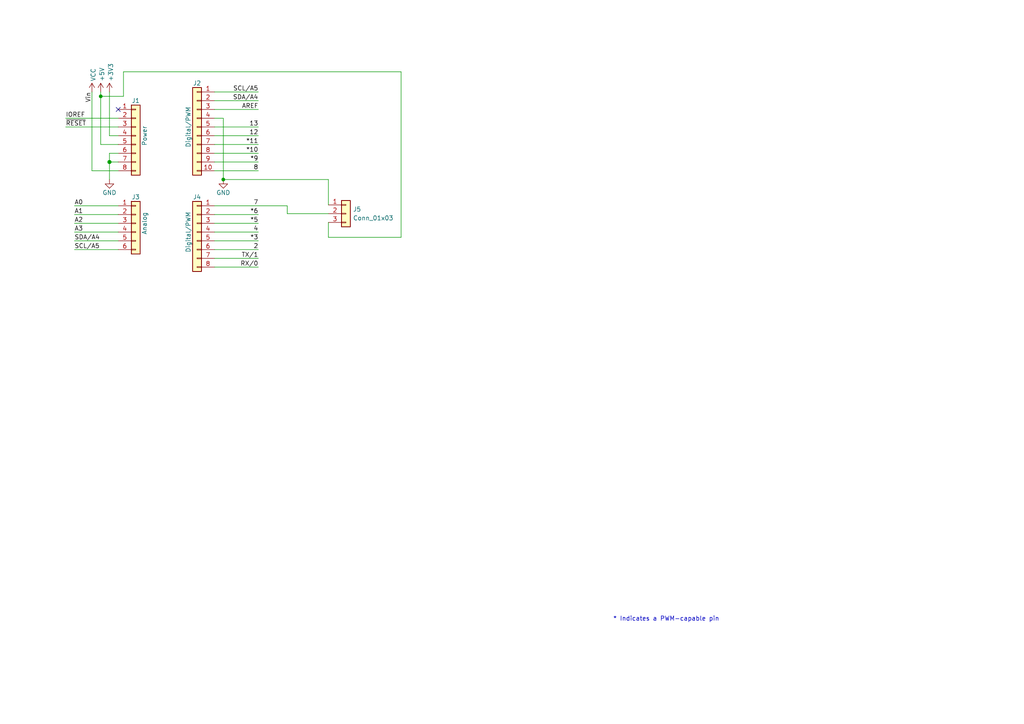
<source format=kicad_sch>
(kicad_sch (version 20230121) (generator eeschema)
  (paper "A4")
  (title_block (date "mar. 31 mars 2015"))
  (lib_symbols
    (symbol "Connector_Generic:Conn_01x03" (pin_names (offset 1.016) hide)
      (property "Reference" "J" (at 0 5.08 0))
      (property "Value" "Conn_01x03" (at 0 -5.08 0))
      (symbol "Conn_01x03_1_1"
        (rectangle (start -1.27 -2.413) (end 0 -2.667) (stroke (width 0.1524)))
        (rectangle (start -1.27 0.127) (end 0 -0.127) (stroke (width 0.1524)))
        (rectangle (start -1.27 2.667) (end 0 2.413) (stroke (width 0.1524)))
        (rectangle (start -1.27 3.81) (end 1.27 -3.81) (stroke (width 0.254)) (fill (type background)))
        (pin passive line (at -5.08 2.54 0) (length 3.81) (name "Pin_1") (number "1"))
        (pin passive line (at -5.08 0 0) (length 3.81) (name "Pin_2") (number "2"))
        (pin passive line (at -5.08 -2.54 0) (length 3.81) (name "Pin_3") (number "3"))
      )
    )
    (symbol "Connector_Generic:Conn_01x06" (pin_names (offset 1.016) hide)
      (property "Reference" "J" (at 0 7.62 0))
      (property "Value" "Conn_01x06" (at 0 -10.16 0))
      (symbol "Conn_01x06_1_1"
        (rectangle (start -1.27 -7.493) (end 0 -7.747) (stroke (width 0.1524)))
        (rectangle (start -1.27 -4.953) (end 0 -5.207) (stroke (width 0.1524)))
        (rectangle (start -1.27 -2.413) (end 0 -2.667) (stroke (width 0.1524)))
        (rectangle (start -1.27 0.127) (end 0 -0.127) (stroke (width 0.1524)))
        (rectangle (start -1.27 2.667) (end 0 2.413) (stroke (width 0.1524)))
        (rectangle (start -1.27 5.207) (end 0 4.953) (stroke (width 0.1524)))
        (rectangle (start -1.27 6.35) (end 1.27 -8.89) (stroke (width 0.254)) (fill (type background)))
        (pin passive line (at -5.08 5.08 0) (length 3.81) (name "Pin_1") (number "1"))
        (pin passive line (at -5.08 2.54 0) (length 3.81) (name "Pin_2") (number "2"))
        (pin passive line (at -5.08 0 0) (length 3.81) (name "Pin_3") (number "3"))
        (pin passive line (at -5.08 -2.54 0) (length 3.81) (name "Pin_4") (number "4"))
        (pin passive line (at -5.08 -5.08 0) (length 3.81) (name "Pin_5") (number "5"))
        (pin passive line (at -5.08 -7.62 0) (length 3.81) (name "Pin_6") (number "6"))
      )
    )
    (symbol "Connector_Generic:Conn_01x08" (pin_names (offset 1.016) hide)
      (property "Reference" "J" (at 0 10.16 0))
      (property "Value" "Conn_01x08" (at 0 -12.7 0))
      (symbol "Conn_01x08_1_1"
        (rectangle (start -1.27 -10.033) (end 0 -10.287) (stroke (width 0.1524)))
        (rectangle (start -1.27 -7.493) (end 0 -7.747) (stroke (width 0.1524)))
        (rectangle (start -1.27 -4.953) (end 0 -5.207) (stroke (width 0.1524)))
        (rectangle (start -1.27 -2.413) (end 0 -2.667) (stroke (width 0.1524)))
        (rectangle (start -1.27 0.127) (end 0 -0.127) (stroke (width 0.1524)))
        (rectangle (start -1.27 2.667) (end 0 2.413) (stroke (width 0.1524)))
        (rectangle (start -1.27 5.207) (end 0 4.953) (stroke (width 0.1524)))
        (rectangle (start -1.27 7.747) (end 0 7.493) (stroke (width 0.1524)))
        (rectangle (start -1.27 8.89) (end 1.27 -11.43) (stroke (width 0.254)) (fill (type background)))
        (pin passive line (at -5.08 7.62 0) (length 3.81) (name "Pin_1") (number "1"))
        (pin passive line (at -5.08 5.08 0) (length 3.81) (name "Pin_2") (number "2"))
        (pin passive line (at -5.08 2.54 0) (length 3.81) (name "Pin_3") (number "3"))
        (pin passive line (at -5.08 0 0) (length 3.81) (name "Pin_4") (number "4"))
        (pin passive line (at -5.08 -2.54 0) (length 3.81) (name "Pin_5") (number "5"))
        (pin passive line (at -5.08 -5.08 0) (length 3.81) (name "Pin_6") (number "6"))
        (pin passive line (at -5.08 -7.62 0) (length 3.81) (name "Pin_7") (number "7"))
        (pin passive line (at -5.08 -10.16 0) (length 3.81) (name "Pin_8") (number "8"))
      )
    )
    (symbol "Connector_Generic:Conn_01x10" (pin_names (offset 1.016) hide)
      (property "Reference" "J" (at 0 12.7 0))
      (property "Value" "Conn_01x10" (at 0 -15.24 0))
      (symbol "Conn_01x10_1_1"
        (rectangle (start -1.27 -12.573) (end 0 -12.827) (stroke (width 0.1524)))
        (rectangle (start -1.27 -10.033) (end 0 -10.287) (stroke (width 0.1524)))
        (rectangle (start -1.27 -7.493) (end 0 -7.747) (stroke (width 0.1524)))
        (rectangle (start -1.27 -4.953) (end 0 -5.207) (stroke (width 0.1524)))
        (rectangle (start -1.27 -2.413) (end 0 -2.667) (stroke (width 0.1524)))
        (rectangle (start -1.27 0.127) (end 0 -0.127) (stroke (width 0.1524)))
        (rectangle (start -1.27 2.667) (end 0 2.413) (stroke (width 0.1524)))
        (rectangle (start -1.27 5.207) (end 0 4.953) (stroke (width 0.1524)))
        (rectangle (start -1.27 7.747) (end 0 7.493) (stroke (width 0.1524)))
        (rectangle (start -1.27 10.287) (end 0 10.033) (stroke (width 0.1524)))
        (rectangle (start -1.27 11.43) (end 1.27 -13.97) (stroke (width 0.254)) (fill (type background)))
        (pin passive line (at -5.08 10.16 0) (length 3.81) (name "Pin_1") (number "1"))
        (pin passive line (at -5.08 -12.7 0) (length 3.81) (name "Pin_10") (number "10"))
        (pin passive line (at -5.08 7.62 0) (length 3.81) (name "Pin_2") (number "2"))
        (pin passive line (at -5.08 5.08 0) (length 3.81) (name "Pin_3") (number "3"))
        (pin passive line (at -5.08 2.54 0) (length 3.81) (name "Pin_4") (number "4"))
        (pin passive line (at -5.08 0 0) (length 3.81) (name "Pin_5") (number "5"))
        (pin passive line (at -5.08 -2.54 0) (length 3.81) (name "Pin_6") (number "6"))
        (pin passive line (at -5.08 -5.08 0) (length 3.81) (name "Pin_7") (number "7"))
        (pin passive line (at -5.08 -7.62 0) (length 3.81) (name "Pin_8") (number "8"))
        (pin passive line (at -5.08 -10.16 0) (length 3.81) (name "Pin_9") (number "9"))
      )
    )
    (symbol "power:+3V3" (power) (pin_names (offset 0))
      (property "Value" "+3V3" (at 0 3.556 0))
      (symbol "+3V3_0_1"
        (polyline (pts (xy -0.762 1.27) (xy 0 2.54)))
        (polyline (pts (xy 0 0) (xy 0 2.54)))
        (polyline (pts (xy 0 2.54) (xy 0.762 1.27)))
      )
      (symbol "+3V3_1_1"
        (pin power_in line (at 0 0 90) (length 0) hide (name "+3V3") (number "1"))
      )
    )
    (symbol "power:+5V" (power) (pin_names (offset 0))
      (property "Value" "+5V" (at 0 3.556 0))
      (symbol "+5V_0_1"
        (polyline (pts (xy -0.762 1.27) (xy 0 2.54)))
        (polyline (pts (xy 0 0) (xy 0 2.54)))
        (polyline (pts (xy 0 2.54) (xy 0.762 1.27)))
      )
      (symbol "+5V_1_1"
        (pin power_in line (at 0 0 90) (length 0) hide (name "+5V") (number "1"))
      )
    )
    (symbol "power:GND" (power) (pin_names (offset 0))
      (property "Value" "GND" (at 0 -3.81 0))
      (symbol "GND_0_1"
        (polyline (pts (xy 0 0) (xy 0 -1.27) (xy 1.27 -1.27) (xy 0 -2.54) (xy -1.27 -1.27) (xy 0 -1.27)))
      )
      (symbol "GND_1_1"
        (pin power_in line (at 0 0 270) (length 0) hide (name "GND") (number "1"))
      )
    )
    (symbol "power:VCC" (power) (pin_names (offset 0))
      (property "Value" "VCC" (at 0 3.81 0))
      (symbol "VCC_0_1"
        (polyline (pts (xy -0.762 1.27) (xy 0 2.54)))
        (polyline (pts (xy 0 0) (xy 0 2.54)))
        (polyline (pts (xy 0 2.54) (xy 0.762 1.27)))
      )
      (symbol "VCC_1_1"
        (pin power_in line (at 0 0 90) (length 0) hide (name "VCC") (number "1"))
      )
    )
  )
  (junction (at 29.21 27.94))
  (junction (at 31.75 46.99) (diameter 1.016))
  (junction (at 64.77 52.07))
  (no_connect (at 34.29 31.75))
  (wire (pts (xy 62.23 77.47) (xy 74.93 77.47)))
  (wire (pts (xy 116.332 68.834) (xy 116.332 20.828)))
  (wire (pts (xy 62.23 44.45) (xy 74.93 44.45)))
  (wire (pts (xy 62.23 26.67) (xy 74.93 26.67)))
  (wire (pts (xy 31.75 44.45) (xy 31.75 46.99)))
  (wire (pts (xy 21.59 72.39) (xy 34.29 72.39)))
  (wire (pts (xy 31.75 46.99) (xy 31.75 52.07)))
  (wire (pts (xy 95.25 68.834) (xy 116.332 68.834)))
  (wire (pts (xy 31.75 39.37) (xy 34.29 39.37)))
  (wire (pts (xy 29.21 41.91) (xy 34.29 41.91)))
  (wire (pts (xy 29.21 26.67) (xy 29.21 27.94)))
  (wire (pts (xy 83.312 61.976) (xy 83.312 59.69)))
  (wire (pts (xy 62.23 36.83) (xy 74.93 36.83)))
  (wire (pts (xy 31.75 26.67) (xy 31.75 39.37)))
  (wire (pts (xy 62.23 59.69) (xy 83.312 59.69)))
  (wire (pts (xy 34.29 59.69) (xy 21.59 59.69)))
  (wire (pts (xy 62.23 39.37) (xy 74.93 39.37)))
  (wire (pts (xy 62.23 62.23) (xy 74.93 62.23)))
  (wire (pts (xy 95.25 64.516) (xy 95.25 68.834)))
  (wire (pts (xy 95.25 52.07) (xy 64.77 52.07)))
  (wire (pts (xy 62.23 46.99) (xy 74.93 46.99)))
  (wire (pts (xy 62.23 67.31) (xy 74.93 67.31)))
  (wire (pts (xy 19.05 34.29) (xy 34.29 34.29)))
  (wire (pts (xy 64.77 34.29) (xy 64.77 52.07)))
  (wire (pts (xy 62.23 31.75) (xy 74.93 31.75)))
  (wire (pts (xy 34.29 64.77) (xy 21.59 64.77)))
  (wire (pts (xy 19.05 36.83) (xy 34.29 36.83)))
  (wire (pts (xy 34.29 46.99) (xy 31.75 46.99)))
  (wire (pts (xy 29.21 27.94) (xy 29.21 41.91)))
  (wire (pts (xy 34.29 49.53) (xy 26.67 49.53)))
  (wire (pts (xy 21.59 62.23) (xy 34.29 62.23)))
  (wire (pts (xy 35.814 20.828) (xy 35.814 27.94)))
  (wire (pts (xy 95.25 61.976) (xy 83.312 61.976)))
  (wire (pts (xy 62.23 34.29) (xy 64.77 34.29)))
  (wire (pts (xy 34.29 44.45) (xy 31.75 44.45)))
  (wire (pts (xy 62.23 41.91) (xy 74.93 41.91)))
  (wire (pts (xy 62.23 64.77) (xy 74.93 64.77)))
  (wire (pts (xy 21.59 67.31) (xy 34.29 67.31)))
  (wire (pts (xy 35.814 27.94) (xy 29.21 27.94)))
  (wire (pts (xy 95.25 59.436) (xy 95.25 52.07)))
  (wire (pts (xy 62.23 29.21) (xy 74.93 29.21)))
  (wire (pts (xy 62.23 72.39) (xy 74.93 72.39)))
  (wire (pts (xy 62.23 69.85) (xy 74.93 69.85)))
  (wire (pts (xy 62.23 74.93) (xy 74.93 74.93)))
  (wire (pts (xy 26.67 49.53) (xy 26.67 26.67)))
  (wire (pts (xy 34.29 69.85) (xy 21.59 69.85)))
  (wire (pts (xy 116.332 20.828) (xy 35.814 20.828)))
  (wire (pts (xy 62.23 49.53) (xy 74.93 49.53)))
  (text "* Indicates a PWM-capable pin" (at 177.8 180.34 0) (effects (font (size 1.27 1.27)) (justify left bottom)))
  (label "RX{slash}0" (at 74.93 77.47 180))
  (label "A2" (at 21.59 64.77 0))
  (label "4" (at 74.93 67.31 180))
  (label "2" (at 74.93 72.39 180))
  (label "A3" (at 21.59 67.31 0))
  (label "13" (at 74.93 36.83 180))
  (label "12" (at 74.93 39.37 180))
  (label "~{RESET}" (at 19.05 36.83 0))
  (label "*10" (at 74.93 44.45 180))
  (label "7" (at 74.93 59.69 180))
  (label "SDA{slash}A4" (at 74.93 29.21 180))
  (label "8" (at 74.93 49.53 180))
  (label "*11" (at 74.93 41.91 180))
  (label "*3" (at 74.93 69.85 180))
  (label "A1" (at 21.59 62.23 0))
  (label "TX{slash}1" (at 74.93 74.93 180))
  (label "A0" (at 21.59 59.69 0))
  (label "AREF" (at 74.93 31.75 180))
  (label "Vin" (at 26.67 26.67 270))
  (label "*6" (at 74.93 62.23 180))
  (label "SCL{slash}A5" (at 74.93 26.67 180))
  (label "*9" (at 74.93 46.99 180))
  (label "*5" (at 74.93 64.77 180))
  (label "IOREF" (at 19.05 34.29 0))
  (label "SDA{slash}A4" (at 21.59 69.85 0))
  (label "SCL{slash}A5" (at 21.59 72.39 0))
  (symbol (lib_id "Connector_Generic:Conn_01x08") (at 39.37 39.37 0) (unit 1)
    (property "Reference" "J1" (at 39.37 29.21 0))
    (property "Value" "Power" (at 41.91 39.37 90))
    (property "Footprint" "Connector_PinSocket_2.54mm:PinSocket_1x08_P2.54mm_Vertical" (effects hide))
  )
  (symbol (lib_id "power:+3V3") (at 31.75 26.67 0) (unit 1)
    (property "Reference" "#PWR03" (effects hide))
    (property "Value" "+3.3V" (at 32.131 23.622 90) (effects (justify left)))
  )
  (symbol (lib_id "power:+5V") (at 29.21 26.67 0) (unit 1)
    (property "Reference" "#PWR02" (effects hide))
    (property "Value" "+5V" (at 29.5656 23.622 90) (effects (justify left)))
  )
  (symbol (lib_id "power:GND") (at 31.75 52.07 0) (unit 1)
    (property "Reference" "#PWR04" (effects hide))
    (property "Value" "GND" (at 31.75 55.88 0))
  )
  (symbol (lib_id "Connector_Generic:Conn_01x10") (at 57.15 36.83 0) (mirror y) (unit 1)
    (property "Reference" "J2" (at 57.15 24.13 0))
    (property "Value" "Digital/PWM" (at 54.61 36.83 90))
    (property "Footprint" "Connector_PinSocket_2.54mm:PinSocket_1x10_P2.54mm_Vertical" (effects hide))
  )
  (symbol (lib_id "power:GND") (at 64.77 52.07 0) (unit 1)
    (property "Reference" "#PWR05" (effects hide))
    (property "Value" "GND" (at 64.77 55.88 0))
  )
  (symbol (lib_id "Connector_Generic:Conn_01x06") (at 39.37 64.77 0) (unit 1)
    (property "Reference" "J3" (at 39.37 57.15 0))
    (property "Value" "Analog" (at 41.91 64.77 90))
    (property "Footprint" "Connector_PinSocket_2.54mm:PinSocket_1x06_P2.54mm_Vertical" (effects hide))
  )
  (symbol (lib_id "Connector_Generic:Conn_01x08") (at 57.15 67.31 0) (mirror y) (unit 1)
    (property "Reference" "J4" (at 57.15 57.15 0))
    (property "Value" "Digital/PWM" (at 54.61 67.31 90))
    (property "Footprint" "Connector_PinSocket_2.54mm:PinSocket_1x08_P2.54mm_Vertical" (effects hide))
  )
  (symbol (lib_id "power:VCC") (at 26.67 26.67 0) (unit 1)
    (property "Reference" "#PWR01" (effects hide))
    (property "Value" "VCC" (at 27.051 23.622 90) (effects (justify left)))
  )
  (symbol (lib_id "Connector_Generic:Conn_01x03") (at 100.33 61.976 0) (unit 1)
    (property "Reference" "J5" (at 102.362 60.706 0) (effects (justify left)))
    (property "Value" "Conn_01x03" (at 102.362 63.246 0) (effects (justify left)))
    (property "Footprint" "Connector_PinSocket_2.54mm:PinSocket_1x03_P2.54mm_Vertical" (effects hide))
  )
)
</source>
